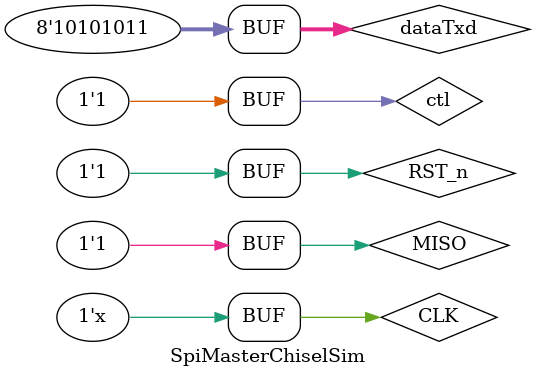
<source format=v>

module SpiMasterChiselSim (
	
);

	reg CLK;
	reg RST_n;

	reg ctl;
	reg [7:0] dataTxd;
	wire [7:0] dataRxd;
	wire SCLK;
	reg MISO;
	wire MOSI;
	wire CSn;



SpiMaster s_SpiMaster( // @[:@3.2]
  .io_ctl(ctl), // @[:@4.4]
  .clock(CLK), // @[:@4.4]
  .reset(~RST_n), // @[:@4.4]
  .io_dataTxd(dataTxd), // @[:@4.4]
  .io_dataRxd(dataRxd), // @[:@4.4]
  .io_SCK(SCLK), // @[:@4.4]
  .io_MISO(MISO), // @[:@4.4]
  .io_MOSI(MOSI), // @[:@4.4]
  .io_CSn(CSn) // @[:@4.4]
);



always begin
	#1000	CLK = ~CLK;
end

	



initial begin
# 1
RST_n = 1'b0;
ctl = 1'b0;
CLK = 1'b0;
MISO = 1'b0;
dataTxd = 8'b0;
# 4000
RST_n = 1'b0;
# 10
RST_n = 1'b1;

dataTxd = 8'hab;
MISO = 1'b1;

# 2000
ctl = 1'b1;

end


endmodule


</source>
